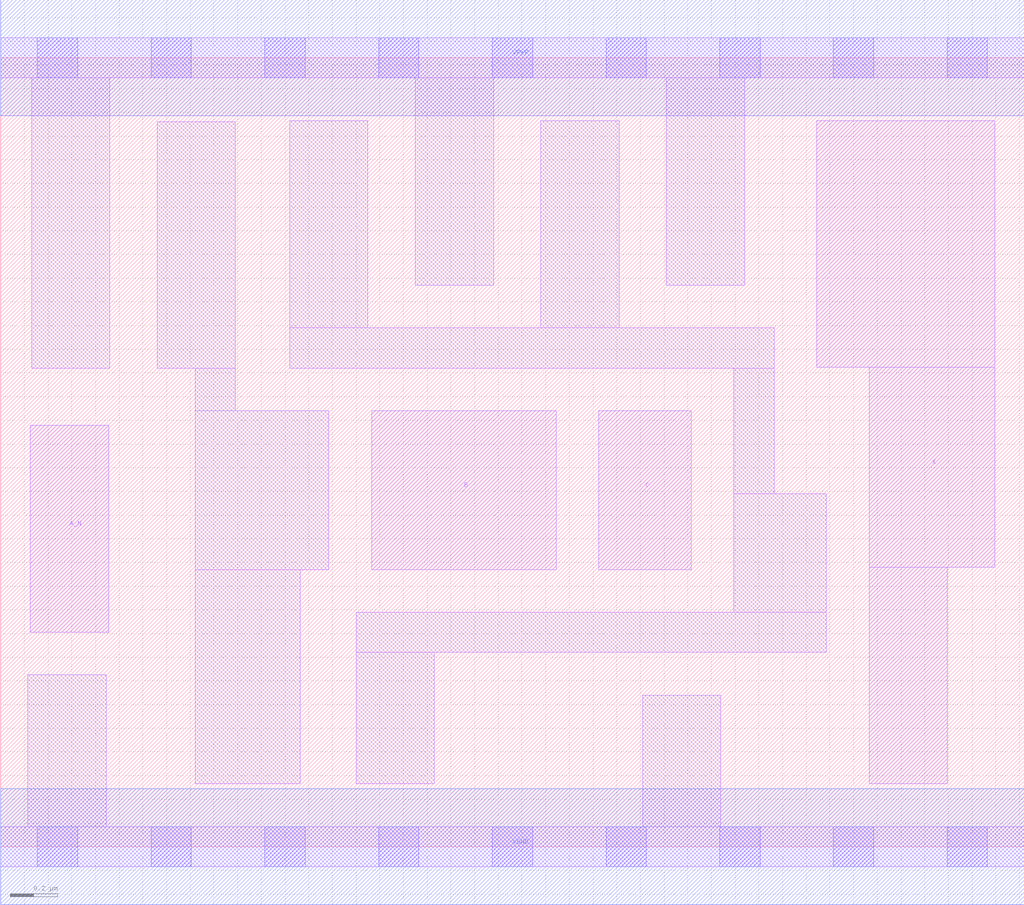
<source format=lef>
# Copyright 2020 The SkyWater PDK Authors
#
# Licensed under the Apache License, Version 2.0 (the "License");
# you may not use this file except in compliance with the License.
# You may obtain a copy of the License at
#
#     https://www.apache.org/licenses/LICENSE-2.0
#
# Unless required by applicable law or agreed to in writing, software
# distributed under the License is distributed on an "AS IS" BASIS,
# WITHOUT WARRANTIES OR CONDITIONS OF ANY KIND, either express or implied.
# See the License for the specific language governing permissions and
# limitations under the License.
#
# SPDX-License-Identifier: Apache-2.0

VERSION 5.7 ;
  NAMESCASESENSITIVE ON ;
  NOWIREEXTENSIONATPIN ON ;
  DIVIDERCHAR "/" ;
  BUSBITCHARS "[]" ;
UNITS
  DATABASE MICRONS 200 ;
END UNITS
MACRO sky130_fd_sc_lp__and3b_lp
  CLASS CORE ;
  FOREIGN sky130_fd_sc_lp__and3b_lp ;
  ORIGIN  0.000000  0.000000 ;
  SIZE  4.320000 BY  3.330000 ;
  SYMMETRY X Y R90 ;
  SITE unit ;
  PIN A_N
    ANTENNAGATEAREA  0.376000 ;
    DIRECTION INPUT ;
    USE SIGNAL ;
    PORT
      LAYER li1 ;
        RECT 0.125000 0.905000 0.455000 1.780000 ;
    END
  END A_N
  PIN B
    ANTENNAGATEAREA  0.313000 ;
    DIRECTION INPUT ;
    USE SIGNAL ;
    PORT
      LAYER li1 ;
        RECT 1.565000 1.170000 2.345000 1.840000 ;
    END
  END B
  PIN C
    ANTENNAGATEAREA  0.313000 ;
    DIRECTION INPUT ;
    USE SIGNAL ;
    PORT
      LAYER li1 ;
        RECT 2.525000 1.170000 2.915000 1.840000 ;
    END
  END C
  PIN X
    ANTENNADIFFAREA  0.404700 ;
    DIRECTION OUTPUT ;
    USE SIGNAL ;
    PORT
      LAYER li1 ;
        RECT 3.445000 2.025000 4.195000 3.065000 ;
        RECT 3.665000 0.265000 3.995000 1.180000 ;
        RECT 3.665000 1.180000 4.195000 2.025000 ;
    END
  END X
  PIN VGND
    DIRECTION INOUT ;
    USE GROUND ;
    PORT
      LAYER met1 ;
        RECT 0.000000 -0.245000 4.320000 0.245000 ;
    END
  END VGND
  PIN VPWR
    DIRECTION INOUT ;
    USE POWER ;
    PORT
      LAYER met1 ;
        RECT 0.000000 3.085000 4.320000 3.575000 ;
    END
  END VPWR
  OBS
    LAYER li1 ;
      RECT 0.000000 -0.085000 4.320000 0.085000 ;
      RECT 0.000000  3.245000 4.320000 3.415000 ;
      RECT 0.115000  0.085000 0.445000 0.725000 ;
      RECT 0.130000  2.020000 0.460000 3.245000 ;
      RECT 0.660000  2.020000 0.990000 3.060000 ;
      RECT 0.820000  0.265000 1.265000 1.170000 ;
      RECT 0.820000  1.170000 1.385000 1.840000 ;
      RECT 0.820000  1.840000 0.990000 2.020000 ;
      RECT 1.220000  2.020000 3.265000 2.190000 ;
      RECT 1.220000  2.190000 1.550000 3.065000 ;
      RECT 1.500000  0.265000 1.830000 0.820000 ;
      RECT 1.500000  0.820000 3.485000 0.990000 ;
      RECT 1.750000  2.370000 2.080000 3.245000 ;
      RECT 2.280000  2.190000 2.610000 3.065000 ;
      RECT 2.710000  0.085000 3.040000 0.640000 ;
      RECT 2.810000  2.370000 3.140000 3.245000 ;
      RECT 3.095000  0.990000 3.485000 1.490000 ;
      RECT 3.095000  1.490000 3.265000 2.020000 ;
    LAYER mcon ;
      RECT 0.155000 -0.085000 0.325000 0.085000 ;
      RECT 0.155000  3.245000 0.325000 3.415000 ;
      RECT 0.635000 -0.085000 0.805000 0.085000 ;
      RECT 0.635000  3.245000 0.805000 3.415000 ;
      RECT 1.115000 -0.085000 1.285000 0.085000 ;
      RECT 1.115000  3.245000 1.285000 3.415000 ;
      RECT 1.595000 -0.085000 1.765000 0.085000 ;
      RECT 1.595000  3.245000 1.765000 3.415000 ;
      RECT 2.075000 -0.085000 2.245000 0.085000 ;
      RECT 2.075000  3.245000 2.245000 3.415000 ;
      RECT 2.555000 -0.085000 2.725000 0.085000 ;
      RECT 2.555000  3.245000 2.725000 3.415000 ;
      RECT 3.035000 -0.085000 3.205000 0.085000 ;
      RECT 3.035000  3.245000 3.205000 3.415000 ;
      RECT 3.515000 -0.085000 3.685000 0.085000 ;
      RECT 3.515000  3.245000 3.685000 3.415000 ;
      RECT 3.995000 -0.085000 4.165000 0.085000 ;
      RECT 3.995000  3.245000 4.165000 3.415000 ;
  END
END sky130_fd_sc_lp__and3b_lp
END LIBRARY

</source>
